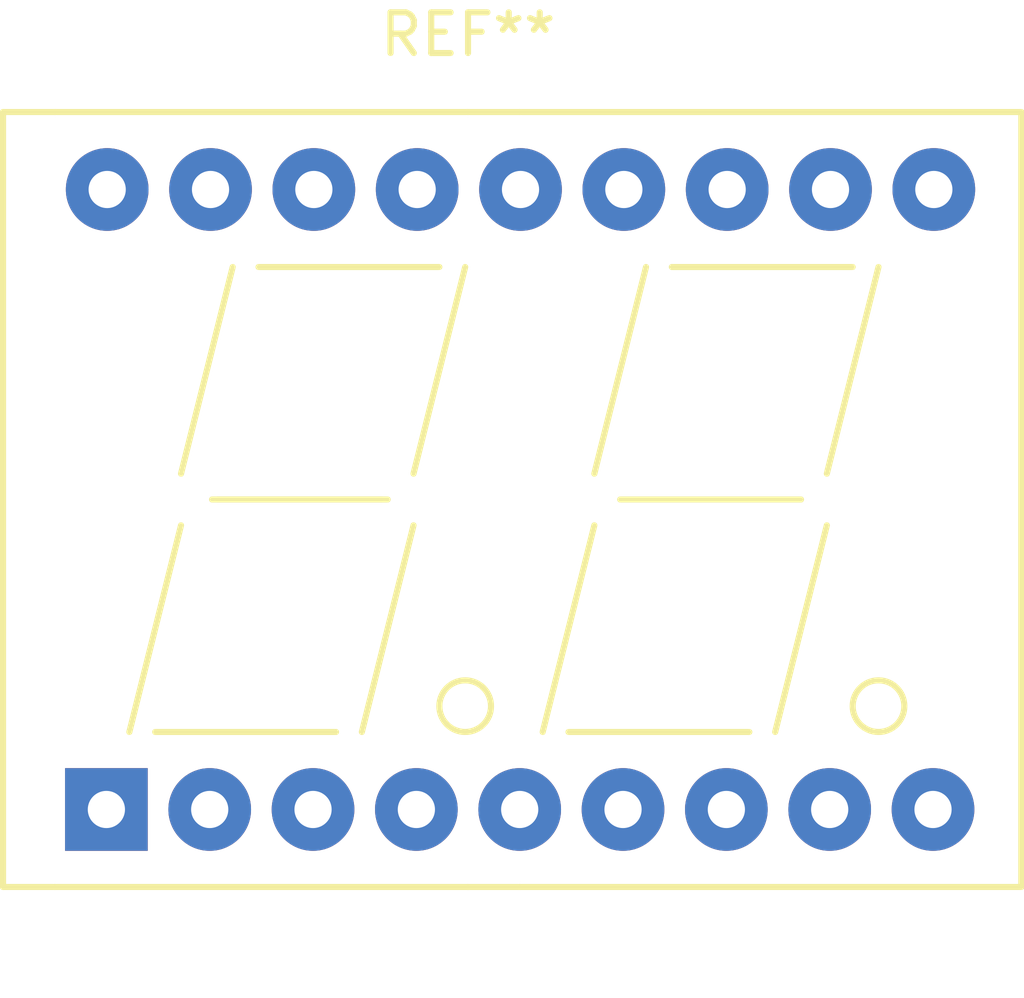
<source format=kicad_pcb>
(kicad_pcb (version 4) (host pcbnew 4.0.4-stable)

  (general
    (links 0)
    (no_connects 0)
    (area 0 0 0 0)
    (thickness 1.6)
    (drawings 0)
    (tracks 0)
    (zones 0)
    (modules 1)
    (nets 1)
  )

  (page A4)
  (title_block
    (title "Maniacal Roller")
    (rev 1)
    (company "Maniacal Labs")
  )

  (layers
    (0 F.Cu signal)
    (31 B.Cu signal)
    (32 B.Adhes user)
    (33 F.Adhes user)
    (34 B.Paste user)
    (35 F.Paste user)
    (36 B.SilkS user)
    (37 F.SilkS user)
    (38 B.Mask user)
    (39 F.Mask user)
    (40 Dwgs.User user)
    (41 Cmts.User user)
    (42 Eco1.User user)
    (43 Eco2.User user)
    (44 Edge.Cuts user)
    (45 Margin user)
    (46 B.CrtYd user)
    (47 F.CrtYd user)
    (48 B.Fab user)
    (49 F.Fab user)
  )

  (setup
    (last_trace_width 0.25)
    (trace_clearance 0.2)
    (zone_clearance 0.508)
    (zone_45_only no)
    (trace_min 0.2)
    (segment_width 0.2)
    (edge_width 0.15)
    (via_size 0.6)
    (via_drill 0.4)
    (via_min_size 0.4)
    (via_min_drill 0.3)
    (uvia_size 0.3)
    (uvia_drill 0.1)
    (uvias_allowed no)
    (uvia_min_size 0.2)
    (uvia_min_drill 0.1)
    (pcb_text_width 0.3)
    (pcb_text_size 1.5 1.5)
    (mod_edge_width 0.15)
    (mod_text_size 1 1)
    (mod_text_width 0.15)
    (pad_size 1.524 1.524)
    (pad_drill 0.762)
    (pad_to_mask_clearance 0.2)
    (aux_axis_origin 0 0)
    (visible_elements 7FFFFFFF)
    (pcbplotparams
      (layerselection 0x00030_80000001)
      (usegerberextensions false)
      (excludeedgelayer true)
      (linewidth 0.100000)
      (plotframeref false)
      (viasonmask false)
      (mode 1)
      (useauxorigin false)
      (hpglpennumber 1)
      (hpglpenspeed 20)
      (hpglpendiameter 15)
      (hpglpenoverlay 2)
      (psnegative false)
      (psa4output false)
      (plotreference true)
      (plotvalue true)
      (plotinvisibletext false)
      (padsonsilk false)
      (subtractmaskfromsilk false)
      (outputformat 1)
      (mirror false)
      (drillshape 1)
      (scaleselection 1)
      (outputdirectory ""))
  )

  (net 0 "")

  (net_class Default "This is the default net class."
    (clearance 0.2)
    (trace_width 0.25)
    (via_dia 0.6)
    (via_drill 0.4)
    (uvia_dia 0.3)
    (uvia_drill 0.1)
  )

  (module HDSP-523E:HDSP-523E (layer F.Cu) (tedit 589A81E0) (tstamp 589A85FD)
    (at 69.75 37.25)
    (descr "Afficheur 7 segments 10mm DIGIT")
    (tags AFFICHEUR)
    (fp_text reference REF** (at -1.1 -11.43) (layer F.SilkS)
      (effects (font (size 1 1) (thickness 0.15)))
    )
    (fp_text value HDSP-523E (at -2.37 11.43) (layer F.Fab)
      (effects (font (size 1 1) (thickness 0.15)))
    )
    (fp_line (start -6.25 -5.715) (end -1.805 -5.715) (layer F.SilkS) (width 0.15))
    (fp_line (start -2.44 -0.635) (end -1.17 -5.715) (layer F.SilkS) (width 0.15))
    (fp_line (start -8.155 -0.635) (end -6.885 -5.715) (layer F.SilkS) (width 0.15))
    (fp_line (start -8.79 5.715) (end -4.345 5.715) (layer F.SilkS) (width 0.15))
    (fp_line (start -8.155 0.635) (end -9.425 5.715) (layer F.SilkS) (width 0.15))
    (fp_line (start -2.44 0.635) (end -3.71 5.715) (layer F.SilkS) (width 0.15))
    (fp_circle (center 8.99 5.08) (end 9.625 5.08) (layer F.SilkS) (width 0.15))
    (fp_line (start 3.91 -5.715) (end 8.355 -5.715) (layer F.SilkS) (width 0.15))
    (fp_line (start 1.37 5.715) (end 5.815 5.715) (layer F.SilkS) (width 0.15))
    (fp_line (start 7.72 0.635) (end 6.45 5.715) (layer F.SilkS) (width 0.15))
    (fp_line (start 0.735 5.715) (end 2.005 0.635) (layer F.SilkS) (width 0.15))
    (fp_line (start 7.72 -0.635) (end 8.99 -5.715) (layer F.SilkS) (width 0.15))
    (fp_line (start 2.005 -0.635) (end 3.275 -5.715) (layer F.SilkS) (width 0.15))
    (fp_line (start 2.64 0) (end 7.085 0) (layer F.SilkS) (width 0.15))
    (fp_line (start 0.17 -9.525) (end 12.5 -9.525) (layer F.SilkS) (width 0.15))
    (fp_line (start 12.5 -9.525) (end 12.5 9.525) (layer F.SilkS) (width 0.15))
    (fp_line (start 12.5 9.525) (end 0.17 9.525) (layer F.SilkS) (width 0.15))
    (fp_line (start -7.266 0) (end -3.202 0) (layer F.SilkS) (width 0.15))
    (fp_circle (center -1.17 5.08) (end -0.535 5.08) (layer F.SilkS) (width 0.15))
    (fp_line (start -11.26 -9.525) (end -12.53 -9.525) (layer F.SilkS) (width 0.15))
    (fp_line (start -12.53 -9.525) (end -12.53 9.525) (layer F.SilkS) (width 0.15))
    (fp_line (start -12.53 9.525) (end -11.26 9.525) (layer F.SilkS) (width 0.15))
    (fp_line (start -1.1 9.525) (end 0.17 9.525) (layer F.SilkS) (width 0.15))
    (fp_line (start 0.17 -9.525) (end -1.1 -9.525) (layer F.SilkS) (width 0.15))
    (fp_line (start -11.26 9.525) (end -1.1 9.525) (layer F.SilkS) (width 0.15))
    (fp_line (start -1.1 -9.525) (end -11.26 -9.525) (layer F.SilkS) (width 0.15))
    (fp_line (start -7.393 0) (end -3.075 0) (layer F.SilkS) (width 0.15))
    (pad 1 thru_hole rect (at -9.99 7.62) (size 2.032 2.032) (drill 0.9144) (layers *.Cu *.Mask))
    (pad 2 thru_hole circle (at -7.45 7.62) (size 2.032 2.032) (drill 0.9144) (layers *.Cu *.Mask))
    (pad 3 thru_hole circle (at -4.91 7.62) (size 2.032 2.032) (drill 0.9144) (layers *.Cu *.Mask))
    (pad 4 thru_hole circle (at -2.37 7.62) (size 2.032 2.032) (drill 0.9144) (layers *.Cu *.Mask))
    (pad 13 thru_hole circle (at 2.73 -7.62) (size 2.032 2.032) (drill 0.9144) (layers *.Cu *.Mask))
    (pad 14 thru_hole circle (at 0.19 -7.62) (size 2.032 2.032) (drill 0.9144) (layers *.Cu *.Mask))
    (pad 15 thru_hole circle (at -2.35 -7.62) (size 2.032 2.032) (drill 0.9144) (layers *.Cu *.Mask))
    (pad 16 thru_hole circle (at -4.89 -7.62) (size 2.032 2.032) (drill 0.9144) (layers *.Cu *.Mask))
    (pad 5 thru_hole circle (at 0.17 7.62) (size 2.032 2.032) (drill 0.9144) (layers *.Cu *.Mask))
    (pad 6 thru_hole circle (at 2.71 7.62) (size 2.032 2.032) (drill 0.9144) (layers *.Cu *.Mask))
    (pad 7 thru_hole circle (at 5.25 7.62) (size 2.032 2.032) (drill 0.9144) (layers *.Cu *.Mask))
    (pad 8 thru_hole circle (at 7.79 7.62) (size 2.032 2.032) (drill 0.9144) (layers *.Cu *.Mask))
    (pad 12 thru_hole circle (at 5.27 -7.62) (size 2.032 2.032) (drill 0.9144) (layers *.Cu *.Mask))
    (pad 11 thru_hole circle (at 7.81 -7.62) (size 2.032 2.032) (drill 0.9144) (layers *.Cu *.Mask))
    (pad 10 thru_hole circle (at 10.35 -7.62) (size 2.032 2.032) (drill 0.9144) (layers *.Cu *.Mask))
    (pad 9 thru_hole circle (at 10.33 7.62) (size 2.032 2.032) (drill 0.9144) (layers *.Cu *.Mask))
    (pad 17 thru_hole circle (at -7.43 -7.62) (size 2.032 2.032) (drill 0.9144) (layers *.Cu *.Mask))
    (pad 18 thru_hole circle (at -9.97 -7.62) (size 2.032 2.032) (drill 0.9144) (layers *.Cu *.Mask))
  )

)

</source>
